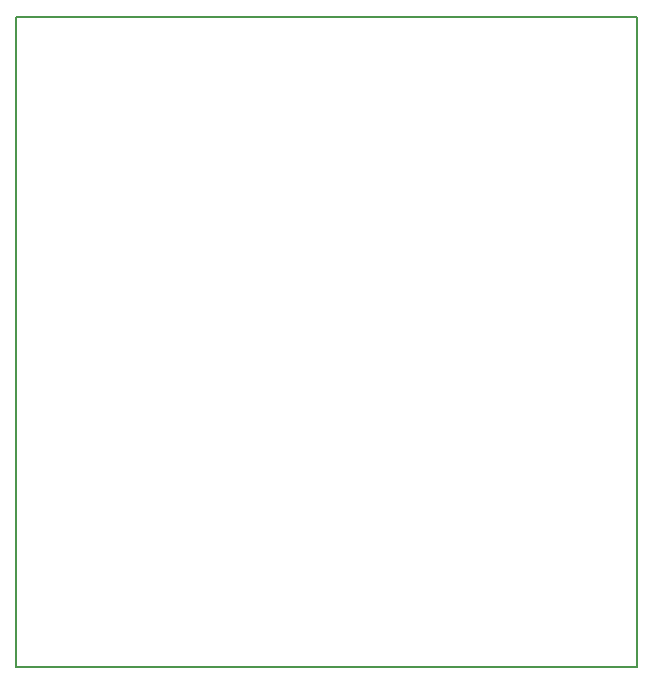
<source format=gbr>
G04 #@! TF.GenerationSoftware,KiCad,Pcbnew,(5.0.2)-1*
G04 #@! TF.CreationDate,2019-09-03T00:43:36+08:00*
G04 #@! TF.ProjectId,actuator,61637475-6174-46f7-922e-6b696361645f,rev?*
G04 #@! TF.SameCoordinates,Original*
G04 #@! TF.FileFunction,Profile,NP*
%FSLAX46Y46*%
G04 Gerber Fmt 4.6, Leading zero omitted, Abs format (unit mm)*
G04 Created by KiCad (PCBNEW (5.0.2)-1) date 9/3/2019 12:43:36 AM*
%MOMM*%
%LPD*%
G01*
G04 APERTURE LIST*
%ADD10C,0.150000*%
G04 APERTURE END LIST*
D10*
X167500000Y-50000000D02*
X115000000Y-50000000D01*
X167500000Y-105000000D02*
X167500000Y-50000000D01*
X115000000Y-105000000D02*
X167500000Y-105000000D01*
X115000000Y-50000000D02*
X115000000Y-105000000D01*
M02*

</source>
